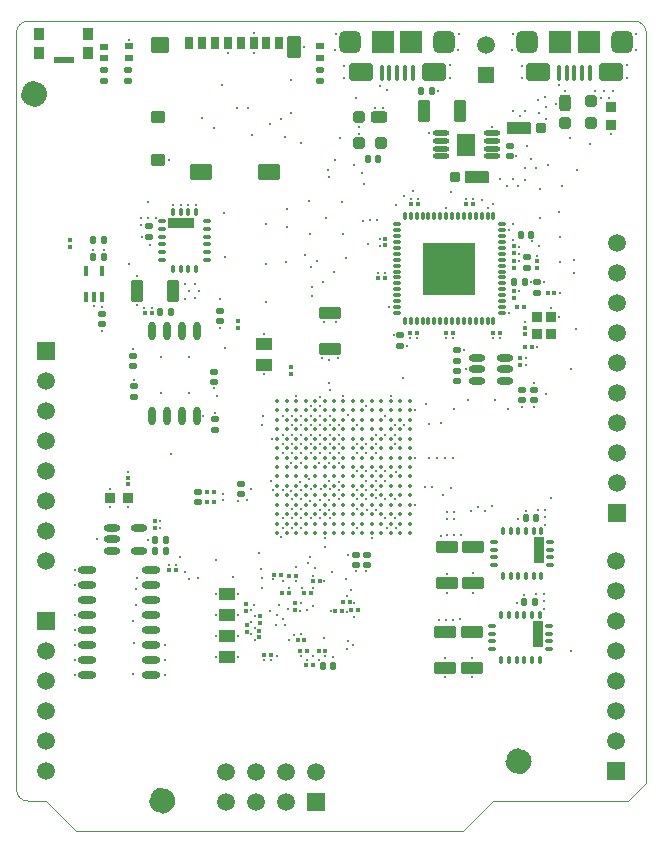
<source format=gts>
%FSLAX44Y44*%
%MOMM*%
G71*
G01*
G75*
G04 Layer_Color=8388736*
%ADD10C,0.1500*%
G04:AMPARAMS|DCode=11|XSize=1.82mm|YSize=1.07mm|CornerRadius=0.107mm|HoleSize=0mm|Usage=FLASHONLY|Rotation=180.000|XOffset=0mm|YOffset=0mm|HoleType=Round|Shape=RoundedRectangle|*
%AMROUNDEDRECTD11*
21,1,1.8200,0.8560,0,0,180.0*
21,1,1.6060,1.0700,0,0,180.0*
1,1,0.2140,-0.8030,0.4280*
1,1,0.2140,0.8030,0.4280*
1,1,0.2140,0.8030,-0.4280*
1,1,0.2140,-0.8030,-0.4280*
%
%ADD11ROUNDEDRECTD11*%
G04:AMPARAMS|DCode=12|XSize=0.8mm|YSize=0.8mm|CornerRadius=0.08mm|HoleSize=0mm|Usage=FLASHONLY|Rotation=0.000|XOffset=0mm|YOffset=0mm|HoleType=Round|Shape=RoundedRectangle|*
%AMROUNDEDRECTD12*
21,1,0.8000,0.6400,0,0,0.0*
21,1,0.6400,0.8000,0,0,0.0*
1,1,0.1600,0.3200,-0.3200*
1,1,0.1600,-0.3200,-0.3200*
1,1,0.1600,-0.3200,0.3200*
1,1,0.1600,0.3200,0.3200*
%
%ADD12ROUNDEDRECTD12*%
G04:AMPARAMS|DCode=13|XSize=2mm|YSize=1.1mm|CornerRadius=0.11mm|HoleSize=0mm|Usage=FLASHONLY|Rotation=0.000|XOffset=0mm|YOffset=0mm|HoleType=Round|Shape=RoundedRectangle|*
%AMROUNDEDRECTD13*
21,1,2.0000,0.8800,0,0,0.0*
21,1,1.7800,1.1000,0,0,0.0*
1,1,0.2200,0.8900,-0.4400*
1,1,0.2200,-0.8900,-0.4400*
1,1,0.2200,-0.8900,0.4400*
1,1,0.2200,0.8900,0.4400*
%
%ADD13ROUNDEDRECTD13*%
G04:AMPARAMS|DCode=14|XSize=0.6mm|YSize=0.5mm|CornerRadius=0.05mm|HoleSize=0mm|Usage=FLASHONLY|Rotation=180.000|XOffset=0mm|YOffset=0mm|HoleType=Round|Shape=RoundedRectangle|*
%AMROUNDEDRECTD14*
21,1,0.6000,0.4000,0,0,180.0*
21,1,0.5000,0.5000,0,0,180.0*
1,1,0.1000,-0.2500,0.2000*
1,1,0.1000,0.2500,0.2000*
1,1,0.1000,0.2500,-0.2000*
1,1,0.1000,-0.2500,-0.2000*
%
%ADD14ROUNDEDRECTD14*%
G04:AMPARAMS|DCode=15|XSize=0.4mm|YSize=0.37mm|CornerRadius=0.037mm|HoleSize=0mm|Usage=FLASHONLY|Rotation=180.000|XOffset=0mm|YOffset=0mm|HoleType=Round|Shape=RoundedRectangle|*
%AMROUNDEDRECTD15*
21,1,0.4000,0.2960,0,0,180.0*
21,1,0.3260,0.3700,0,0,180.0*
1,1,0.0740,-0.1630,0.1480*
1,1,0.0740,0.1630,0.1480*
1,1,0.0740,0.1630,-0.1480*
1,1,0.0740,-0.1630,-0.1480*
%
%ADD15ROUNDEDRECTD15*%
G04:AMPARAMS|DCode=16|XSize=0.4mm|YSize=0.37mm|CornerRadius=0.037mm|HoleSize=0mm|Usage=FLASHONLY|Rotation=90.000|XOffset=0mm|YOffset=0mm|HoleType=Round|Shape=RoundedRectangle|*
%AMROUNDEDRECTD16*
21,1,0.4000,0.2960,0,0,90.0*
21,1,0.3260,0.3700,0,0,90.0*
1,1,0.0740,0.1480,0.1630*
1,1,0.0740,0.1480,-0.1630*
1,1,0.0740,-0.1480,-0.1630*
1,1,0.0740,-0.1480,0.1630*
%
%ADD16ROUNDEDRECTD16*%
G04:AMPARAMS|DCode=17|XSize=1.38mm|YSize=1.05mm|CornerRadius=0.105mm|HoleSize=0mm|Usage=FLASHONLY|Rotation=180.000|XOffset=0mm|YOffset=0mm|HoleType=Round|Shape=RoundedRectangle|*
%AMROUNDEDRECTD17*
21,1,1.3800,0.8400,0,0,180.0*
21,1,1.1700,1.0500,0,0,180.0*
1,1,0.2100,-0.5850,0.4200*
1,1,0.2100,0.5850,0.4200*
1,1,0.2100,0.5850,-0.4200*
1,1,0.2100,-0.5850,-0.4200*
%
%ADD17ROUNDEDRECTD17*%
%ADD18O,1.4000X0.6000*%
G04:AMPARAMS|DCode=19|XSize=1mm|YSize=1mm|CornerRadius=0.25mm|HoleSize=0mm|Usage=FLASHONLY|Rotation=180.000|XOffset=0mm|YOffset=0mm|HoleType=Round|Shape=RoundedRectangle|*
%AMROUNDEDRECTD19*
21,1,1.0000,0.5000,0,0,180.0*
21,1,0.5000,1.0000,0,0,180.0*
1,1,0.5000,-0.2500,0.2500*
1,1,0.5000,0.2500,0.2500*
1,1,0.5000,0.2500,-0.2500*
1,1,0.5000,-0.2500,-0.2500*
%
%ADD19ROUNDEDRECTD19*%
G04:AMPARAMS|DCode=20|XSize=1mm|YSize=1.4mm|CornerRadius=0.25mm|HoleSize=0mm|Usage=FLASHONLY|Rotation=180.000|XOffset=0mm|YOffset=0mm|HoleType=Round|Shape=RoundedRectangle|*
%AMROUNDEDRECTD20*
21,1,1.0000,0.9000,0,0,180.0*
21,1,0.5000,1.4000,0,0,180.0*
1,1,0.5000,-0.2500,0.4500*
1,1,0.5000,0.2500,0.4500*
1,1,0.5000,0.2500,-0.4500*
1,1,0.5000,-0.2500,-0.4500*
%
%ADD20ROUNDEDRECTD20*%
%ADD21O,0.8200X0.2700*%
%ADD22O,0.2700X0.8200*%
%ADD23R,4.4500X4.4500*%
%ADD24R,0.7400X0.5400*%
G04:AMPARAMS|DCode=25|XSize=0.93mm|YSize=0.89mm|CornerRadius=0.089mm|HoleSize=0mm|Usage=FLASHONLY|Rotation=180.000|XOffset=0mm|YOffset=0mm|HoleType=Round|Shape=RoundedRectangle|*
%AMROUNDEDRECTD25*
21,1,0.9300,0.7120,0,0,180.0*
21,1,0.7520,0.8900,0,0,180.0*
1,1,0.1780,-0.3760,0.3560*
1,1,0.1780,0.3760,0.3560*
1,1,0.1780,0.3760,-0.3560*
1,1,0.1780,-0.3760,-0.3560*
%
%ADD25ROUNDEDRECTD25*%
G04:AMPARAMS|DCode=26|XSize=1.9mm|YSize=1.35mm|CornerRadius=0.135mm|HoleSize=0mm|Usage=FLASHONLY|Rotation=180.000|XOffset=0mm|YOffset=0mm|HoleType=Round|Shape=RoundedRectangle|*
%AMROUNDEDRECTD26*
21,1,1.9000,1.0800,0,0,180.0*
21,1,1.6300,1.3500,0,0,180.0*
1,1,0.2700,-0.8150,0.5400*
1,1,0.2700,0.8150,0.5400*
1,1,0.2700,0.8150,-0.5400*
1,1,0.2700,-0.8150,-0.5400*
%
%ADD26ROUNDEDRECTD26*%
G04:AMPARAMS|DCode=27|XSize=1.2mm|YSize=1mm|CornerRadius=0.1mm|HoleSize=0mm|Usage=FLASHONLY|Rotation=180.000|XOffset=0mm|YOffset=0mm|HoleType=Round|Shape=RoundedRectangle|*
%AMROUNDEDRECTD27*
21,1,1.2000,0.8000,0,0,180.0*
21,1,1.0000,1.0000,0,0,180.0*
1,1,0.2000,-0.5000,0.4000*
1,1,0.2000,0.5000,0.4000*
1,1,0.2000,0.5000,-0.4000*
1,1,0.2000,-0.5000,-0.4000*
%
%ADD27ROUNDEDRECTD27*%
G04:AMPARAMS|DCode=28|XSize=0.75mm|YSize=1.1mm|CornerRadius=0.075mm|HoleSize=0mm|Usage=FLASHONLY|Rotation=180.000|XOffset=0mm|YOffset=0mm|HoleType=Round|Shape=RoundedRectangle|*
%AMROUNDEDRECTD28*
21,1,0.7500,0.9500,0,0,180.0*
21,1,0.6000,1.1000,0,0,180.0*
1,1,0.1500,-0.3000,0.4750*
1,1,0.1500,0.3000,0.4750*
1,1,0.1500,0.3000,-0.4750*
1,1,0.1500,-0.3000,-0.4750*
%
%ADD28ROUNDEDRECTD28*%
G04:AMPARAMS|DCode=29|XSize=1.8mm|YSize=1.17mm|CornerRadius=0.117mm|HoleSize=0mm|Usage=FLASHONLY|Rotation=90.000|XOffset=0mm|YOffset=0mm|HoleType=Round|Shape=RoundedRectangle|*
%AMROUNDEDRECTD29*
21,1,1.8000,0.9360,0,0,90.0*
21,1,1.5660,1.1700,0,0,90.0*
1,1,0.2340,0.4680,0.7830*
1,1,0.2340,0.4680,-0.7830*
1,1,0.2340,-0.4680,-0.7830*
1,1,0.2340,-0.4680,0.7830*
%
%ADD29ROUNDEDRECTD29*%
G04:AMPARAMS|DCode=30|XSize=1.55mm|YSize=1.35mm|CornerRadius=0.135mm|HoleSize=0mm|Usage=FLASHONLY|Rotation=180.000|XOffset=0mm|YOffset=0mm|HoleType=Round|Shape=RoundedRectangle|*
%AMROUNDEDRECTD30*
21,1,1.5500,1.0800,0,0,180.0*
21,1,1.2800,1.3500,0,0,180.0*
1,1,0.2700,-0.6400,0.5400*
1,1,0.2700,0.6400,0.5400*
1,1,0.2700,0.6400,-0.5400*
1,1,0.2700,-0.6400,-0.5400*
%
%ADD30ROUNDEDRECTD30*%
%ADD31C,0.3500*%
G04:AMPARAMS|DCode=32|XSize=0.6mm|YSize=0.5mm|CornerRadius=0.05mm|HoleSize=0mm|Usage=FLASHONLY|Rotation=90.000|XOffset=0mm|YOffset=0mm|HoleType=Round|Shape=RoundedRectangle|*
%AMROUNDEDRECTD32*
21,1,0.6000,0.4000,0,0,90.0*
21,1,0.5000,0.5000,0,0,90.0*
1,1,0.1000,0.2000,0.2500*
1,1,0.1000,0.2000,-0.2500*
1,1,0.1000,-0.2000,-0.2500*
1,1,0.1000,-0.2000,0.2500*
%
%ADD32ROUNDEDRECTD32*%
G04:AMPARAMS|DCode=33|XSize=0.41mm|YSize=0.37mm|CornerRadius=0.037mm|HoleSize=0mm|Usage=FLASHONLY|Rotation=180.000|XOffset=0mm|YOffset=0mm|HoleType=Round|Shape=RoundedRectangle|*
%AMROUNDEDRECTD33*
21,1,0.4100,0.2960,0,0,180.0*
21,1,0.3360,0.3700,0,0,180.0*
1,1,0.0740,-0.1680,0.1480*
1,1,0.0740,0.1680,0.1480*
1,1,0.0740,0.1680,-0.1480*
1,1,0.0740,-0.1680,-0.1480*
%
%ADD33ROUNDEDRECTD33*%
G04:AMPARAMS|DCode=34|XSize=0.3mm|YSize=0.6mm|CornerRadius=0.0495mm|HoleSize=0mm|Usage=FLASHONLY|Rotation=90.000|XOffset=0mm|YOffset=0mm|HoleType=Round|Shape=RoundedRectangle|*
%AMROUNDEDRECTD34*
21,1,0.3000,0.5010,0,0,90.0*
21,1,0.2010,0.6000,0,0,90.0*
1,1,0.0990,0.2505,0.1005*
1,1,0.0990,0.2505,-0.1005*
1,1,0.0990,-0.2505,-0.1005*
1,1,0.0990,-0.2505,0.1005*
%
%ADD34ROUNDEDRECTD34*%
G04:AMPARAMS|DCode=35|XSize=0.3mm|YSize=0.6mm|CornerRadius=0.0495mm|HoleSize=0mm|Usage=FLASHONLY|Rotation=0.000|XOffset=0mm|YOffset=0mm|HoleType=Round|Shape=RoundedRectangle|*
%AMROUNDEDRECTD35*
21,1,0.3000,0.5010,0,0,0.0*
21,1,0.2010,0.6000,0,0,0.0*
1,1,0.0990,0.1005,-0.2505*
1,1,0.0990,-0.1005,-0.2505*
1,1,0.0990,-0.1005,0.2505*
1,1,0.0990,0.1005,0.2505*
%
%ADD35ROUNDEDRECTD35*%
%ADD36R,0.9000X2.2500*%
%ADD37R,2.2500X0.9000*%
%ADD38R,1.5500X1.8500*%
%ADD39O,1.4500X0.4500*%
G04:AMPARAMS|DCode=40|XSize=1mm|YSize=1.4mm|CornerRadius=0.25mm|HoleSize=0mm|Usage=FLASHONLY|Rotation=90.000|XOffset=0mm|YOffset=0mm|HoleType=Round|Shape=RoundedRectangle|*
%AMROUNDEDRECTD40*
21,1,1.0000,0.9000,0,0,90.0*
21,1,0.5000,1.4000,0,0,90.0*
1,1,0.5000,0.4500,0.2500*
1,1,0.5000,0.4500,-0.2500*
1,1,0.5000,-0.4500,-0.2500*
1,1,0.5000,-0.4500,0.2500*
%
%ADD40ROUNDEDRECTD40*%
G04:AMPARAMS|DCode=41|XSize=1mm|YSize=1mm|CornerRadius=0.25mm|HoleSize=0mm|Usage=FLASHONLY|Rotation=90.000|XOffset=0mm|YOffset=0mm|HoleType=Round|Shape=RoundedRectangle|*
%AMROUNDEDRECTD41*
21,1,1.0000,0.5000,0,0,90.0*
21,1,0.5000,1.0000,0,0,90.0*
1,1,0.5000,0.2500,0.2500*
1,1,0.5000,0.2500,-0.2500*
1,1,0.5000,-0.2500,-0.2500*
1,1,0.5000,-0.2500,0.2500*
%
%ADD41ROUNDEDRECTD41*%
%ADD42O,0.4000X0.9500*%
%ADD43O,0.6000X1.6000*%
G04:AMPARAMS|DCode=44|XSize=1.82mm|YSize=1.07mm|CornerRadius=0.107mm|HoleSize=0mm|Usage=FLASHONLY|Rotation=270.000|XOffset=0mm|YOffset=0mm|HoleType=Round|Shape=RoundedRectangle|*
%AMROUNDEDRECTD44*
21,1,1.8200,0.8560,0,0,270.0*
21,1,1.6060,1.0700,0,0,270.0*
1,1,0.2140,-0.4280,-0.8030*
1,1,0.2140,-0.4280,0.8030*
1,1,0.2140,0.4280,0.8030*
1,1,0.2140,0.4280,-0.8030*
%
%ADD44ROUNDEDRECTD44*%
%ADD45C,1.0000*%
G04:AMPARAMS|DCode=46|XSize=2.1mm|YSize=1.6mm|CornerRadius=0.4mm|HoleSize=0mm|Usage=FLASHONLY|Rotation=180.000|XOffset=0mm|YOffset=0mm|HoleType=Round|Shape=RoundedRectangle|*
%AMROUNDEDRECTD46*
21,1,2.1000,0.8000,0,0,180.0*
21,1,1.3000,1.6000,0,0,180.0*
1,1,0.8000,-0.6500,0.4000*
1,1,0.8000,0.6500,0.4000*
1,1,0.8000,0.6500,-0.4000*
1,1,0.8000,-0.6500,-0.4000*
%
%ADD46ROUNDEDRECTD46*%
%ADD47O,0.4000X1.3500*%
G04:AMPARAMS|DCode=48|XSize=1.8mm|YSize=1.9mm|CornerRadius=0.45mm|HoleSize=0mm|Usage=FLASHONLY|Rotation=180.000|XOffset=0mm|YOffset=0mm|HoleType=Round|Shape=RoundedRectangle|*
%AMROUNDEDRECTD48*
21,1,1.8000,1.0000,0,0,180.0*
21,1,0.9000,1.9000,0,0,180.0*
1,1,0.9000,-0.4500,0.5000*
1,1,0.9000,0.4500,0.5000*
1,1,0.9000,0.4500,-0.5000*
1,1,0.9000,-0.4500,-0.5000*
%
%ADD48ROUNDEDRECTD48*%
%ADD49R,1.9000X1.9000*%
G04:AMPARAMS|DCode=50|XSize=0.9mm|YSize=0.8mm|CornerRadius=0.08mm|HoleSize=0mm|Usage=FLASHONLY|Rotation=90.000|XOffset=0mm|YOffset=0mm|HoleType=Round|Shape=RoundedRectangle|*
%AMROUNDEDRECTD50*
21,1,0.9000,0.6400,0,0,90.0*
21,1,0.7400,0.8000,0,0,90.0*
1,1,0.1600,0.3200,0.3700*
1,1,0.1600,0.3200,-0.3700*
1,1,0.1600,-0.3200,-0.3700*
1,1,0.1600,-0.3200,0.3700*
%
%ADD50ROUNDEDRECTD50*%
G04:AMPARAMS|DCode=51|XSize=0.9mm|YSize=1mm|CornerRadius=0.09mm|HoleSize=0mm|Usage=FLASHONLY|Rotation=180.000|XOffset=0mm|YOffset=0mm|HoleType=Round|Shape=RoundedRectangle|*
%AMROUNDEDRECTD51*
21,1,0.9000,0.8200,0,0,180.0*
21,1,0.7200,1.0000,0,0,180.0*
1,1,0.1800,-0.3600,0.4100*
1,1,0.1800,0.3600,0.4100*
1,1,0.1800,0.3600,-0.4100*
1,1,0.1800,-0.3600,-0.4100*
%
%ADD51ROUNDEDRECTD51*%
G04:AMPARAMS|DCode=52|XSize=1.7mm|YSize=0.55mm|CornerRadius=0.055mm|HoleSize=0mm|Usage=FLASHONLY|Rotation=180.000|XOffset=0mm|YOffset=0mm|HoleType=Round|Shape=RoundedRectangle|*
%AMROUNDEDRECTD52*
21,1,1.7000,0.4400,0,0,180.0*
21,1,1.5900,0.5500,0,0,180.0*
1,1,0.1100,-0.7950,0.2200*
1,1,0.1100,0.7950,0.2200*
1,1,0.1100,0.7950,-0.2200*
1,1,0.1100,-0.7950,-0.2200*
%
%ADD52ROUNDEDRECTD52*%
%ADD53O,1.5500X0.6000*%
G04:AMPARAMS|DCode=54|XSize=0.93mm|YSize=0.89mm|CornerRadius=0.089mm|HoleSize=0mm|Usage=FLASHONLY|Rotation=90.000|XOffset=0mm|YOffset=0mm|HoleType=Round|Shape=RoundedRectangle|*
%AMROUNDEDRECTD54*
21,1,0.9300,0.7120,0,0,90.0*
21,1,0.7520,0.8900,0,0,90.0*
1,1,0.1780,0.3560,0.3760*
1,1,0.1780,0.3560,-0.3760*
1,1,0.1780,-0.3560,-0.3760*
1,1,0.1780,-0.3560,0.3760*
%
%ADD54ROUNDEDRECTD54*%
%ADD55C,0.1000*%
%ADD56C,0.2000*%
%ADD57C,0.5000*%
%ADD58C,0.3000*%
%ADD59C,0.4000*%
%ADD60C,0.0750*%
%ADD61C,0.0800*%
%ADD62C,0.7000*%
%ADD63C,0.1200*%
%ADD64C,1.5000*%
%ADD65R,1.3500X1.3500*%
%ADD66R,1.5000X1.5000*%
%ADD67R,1.5000X1.5000*%
%ADD68C,0.4500*%
%ADD69C,0.6000*%
G04:AMPARAMS|DCode=70|XSize=1.38mm|YSize=1.05mm|CornerRadius=0.105mm|HoleSize=0mm|Usage=FLASHONLY|Rotation=270.000|XOffset=0mm|YOffset=0mm|HoleType=Round|Shape=RoundedRectangle|*
%AMROUNDEDRECTD70*
21,1,1.3800,0.8400,0,0,270.0*
21,1,1.1700,1.0500,0,0,270.0*
1,1,0.2100,-0.4200,-0.5850*
1,1,0.2100,-0.4200,0.5850*
1,1,0.2100,0.4200,0.5850*
1,1,0.2100,0.4200,-0.5850*
%
%ADD70ROUNDEDRECTD70*%
%ADD71O,0.2600X0.9000*%
%ADD72O,0.9000X0.2600*%
%ADD73R,3.4500X3.4500*%
%ADD74C,0.2500*%
%ADD75C,0.2500*%
%ADD76C,2.0000*%
%ADD77C,0.2000*%
D11*
X265600Y439050D02*
D03*
Y408550D02*
D03*
X385800Y138350D02*
D03*
Y168850D02*
D03*
X386800Y209950D02*
D03*
Y240450D02*
D03*
X363200Y138350D02*
D03*
Y168850D02*
D03*
X364400Y209950D02*
D03*
Y240450D02*
D03*
D12*
X444600Y594900D02*
D03*
X371300Y554000D02*
D03*
D13*
X425600Y594900D02*
D03*
X390300Y554000D02*
D03*
D14*
X190200Y285200D02*
D03*
Y294200D02*
D03*
X172100Y440500D02*
D03*
Y431500D02*
D03*
X98900Y393500D02*
D03*
Y402500D02*
D03*
X168500Y339900D02*
D03*
Y348900D02*
D03*
X167700Y389100D02*
D03*
Y380100D02*
D03*
X99330Y376700D02*
D03*
Y367700D02*
D03*
X373400Y389800D02*
D03*
Y380800D02*
D03*
X74500Y635500D02*
D03*
Y644500D02*
D03*
X373400Y398100D02*
D03*
Y407100D02*
D03*
X325200Y410900D02*
D03*
Y419900D02*
D03*
X432200Y477200D02*
D03*
Y486200D02*
D03*
X441100Y455800D02*
D03*
Y464800D02*
D03*
X153590Y278250D02*
D03*
Y287250D02*
D03*
X112600Y503300D02*
D03*
Y512300D02*
D03*
X417800Y571400D02*
D03*
Y580400D02*
D03*
X72300Y438000D02*
D03*
Y429000D02*
D03*
X287350Y225070D02*
D03*
Y234070D02*
D03*
X296450Y225110D02*
D03*
Y234110D02*
D03*
X94900Y644400D02*
D03*
Y635400D02*
D03*
X257100Y644400D02*
D03*
Y635400D02*
D03*
X428100Y364900D02*
D03*
Y373900D02*
D03*
X438100Y364900D02*
D03*
Y373900D02*
D03*
D15*
X187500Y426350D02*
D03*
Y432050D02*
D03*
X205810Y169860D02*
D03*
Y164160D02*
D03*
X194290Y192100D02*
D03*
Y186400D02*
D03*
X206290Y182290D02*
D03*
Y176590D02*
D03*
X195190Y168890D02*
D03*
Y174590D02*
D03*
X440700Y477150D02*
D03*
Y482850D02*
D03*
X430500Y426350D02*
D03*
Y420650D02*
D03*
X311900Y495950D02*
D03*
Y501650D02*
D03*
X420900Y495050D02*
D03*
Y489350D02*
D03*
Y476950D02*
D03*
Y482650D02*
D03*
Y451250D02*
D03*
Y456950D02*
D03*
X117100Y262450D02*
D03*
Y256750D02*
D03*
X235900Y187450D02*
D03*
Y193150D02*
D03*
X232600Y393150D02*
D03*
Y387450D02*
D03*
X426600Y394750D02*
D03*
Y400450D02*
D03*
X94200Y299250D02*
D03*
Y293550D02*
D03*
D16*
X270140Y186530D02*
D03*
X275840D02*
D03*
X240460Y152230D02*
D03*
X246160D02*
D03*
X218040Y217240D02*
D03*
X223740D02*
D03*
X243660Y201970D02*
D03*
X249360D02*
D03*
X251120Y211360D02*
D03*
X256820D02*
D03*
X167250Y278700D02*
D03*
X161550D02*
D03*
X167250Y286900D02*
D03*
X161550D02*
D03*
X369650Y421800D02*
D03*
X363950D02*
D03*
X114450Y438400D02*
D03*
X108750D02*
D03*
X339850Y530900D02*
D03*
X334150D02*
D03*
X386750Y530800D02*
D03*
X381050D02*
D03*
X449850Y455800D02*
D03*
X455550D02*
D03*
X403950Y421800D02*
D03*
X409650D02*
D03*
X333550D02*
D03*
X339250D02*
D03*
X312050Y468300D02*
D03*
X306350D02*
D03*
X238150Y161600D02*
D03*
X243850D02*
D03*
X429450Y443800D02*
D03*
X423750D02*
D03*
X430450Y409900D02*
D03*
X436150D02*
D03*
X289210Y187020D02*
D03*
X283510D02*
D03*
X282360Y194080D02*
D03*
X276660D02*
D03*
X230810Y201860D02*
D03*
X225110D02*
D03*
X215530Y149070D02*
D03*
X209830D02*
D03*
X261500Y152260D02*
D03*
X255800D02*
D03*
X236450Y215850D02*
D03*
X230750D02*
D03*
X250870Y140440D02*
D03*
X245170D02*
D03*
X129450Y220700D02*
D03*
X135150D02*
D03*
D17*
X209800Y412500D02*
D03*
Y394700D02*
D03*
X178300Y165400D02*
D03*
Y147600D02*
D03*
Y183000D02*
D03*
Y200800D02*
D03*
D18*
X390300Y400500D02*
D03*
Y391000D02*
D03*
Y381500D02*
D03*
X413300D02*
D03*
Y400500D02*
D03*
Y391000D02*
D03*
X80570Y256560D02*
D03*
Y247060D02*
D03*
Y237560D02*
D03*
X103570D02*
D03*
Y256560D02*
D03*
D19*
X486350Y618200D02*
D03*
Y599200D02*
D03*
X464350D02*
D03*
D20*
Y616200D02*
D03*
D21*
X410900Y438800D02*
D03*
Y443800D02*
D03*
Y448800D02*
D03*
Y453800D02*
D03*
Y458800D02*
D03*
Y463800D02*
D03*
Y478800D02*
D03*
Y483800D02*
D03*
Y488800D02*
D03*
Y493800D02*
D03*
Y498800D02*
D03*
Y503800D02*
D03*
Y508800D02*
D03*
Y513800D02*
D03*
X321900D02*
D03*
Y508800D02*
D03*
Y503800D02*
D03*
Y498800D02*
D03*
Y493800D02*
D03*
Y488800D02*
D03*
Y483800D02*
D03*
Y478800D02*
D03*
Y473800D02*
D03*
Y468800D02*
D03*
Y463800D02*
D03*
Y458800D02*
D03*
Y453800D02*
D03*
Y448800D02*
D03*
Y443800D02*
D03*
Y438800D02*
D03*
X410900Y468800D02*
D03*
Y473800D02*
D03*
D22*
X403900Y520800D02*
D03*
X398900D02*
D03*
X393900D02*
D03*
X388900D02*
D03*
X383900D02*
D03*
X378900D02*
D03*
X373900D02*
D03*
X368900D02*
D03*
X363900D02*
D03*
X358900D02*
D03*
X353900D02*
D03*
X348900D02*
D03*
X343900D02*
D03*
X338900D02*
D03*
X333900D02*
D03*
X328900D02*
D03*
Y431800D02*
D03*
X333900D02*
D03*
X338900D02*
D03*
X343900D02*
D03*
X348900D02*
D03*
X353900D02*
D03*
X358900D02*
D03*
X363900D02*
D03*
X368900D02*
D03*
X373900D02*
D03*
X378900D02*
D03*
X383900D02*
D03*
X388900D02*
D03*
X393900D02*
D03*
X398900D02*
D03*
X403900D02*
D03*
D23*
X366400Y476300D02*
D03*
D24*
X74500Y664300D02*
D03*
Y654300D02*
D03*
X95000Y654400D02*
D03*
Y664400D02*
D03*
X257100Y654400D02*
D03*
Y664400D02*
D03*
D25*
X503500Y597700D02*
D03*
Y613100D02*
D03*
D26*
X155920Y558250D02*
D03*
X213620D02*
D03*
D27*
X119920Y568000D02*
D03*
Y605000D02*
D03*
D28*
X222770Y667250D02*
D03*
X211770D02*
D03*
X200770D02*
D03*
X189770D02*
D03*
X178770D02*
D03*
X167770D02*
D03*
X156770D02*
D03*
X145770D02*
D03*
D29*
X234870Y663750D02*
D03*
D30*
X121670Y666000D02*
D03*
D31*
X332900Y364300D02*
D03*
Y356300D02*
D03*
Y348300D02*
D03*
Y340300D02*
D03*
Y332300D02*
D03*
Y324300D02*
D03*
Y316300D02*
D03*
Y308300D02*
D03*
Y300300D02*
D03*
Y292300D02*
D03*
Y284300D02*
D03*
Y276300D02*
D03*
Y268300D02*
D03*
Y260300D02*
D03*
Y252300D02*
D03*
X324900Y364300D02*
D03*
Y356300D02*
D03*
Y348300D02*
D03*
Y340300D02*
D03*
Y332300D02*
D03*
Y324300D02*
D03*
Y316300D02*
D03*
Y308300D02*
D03*
Y300300D02*
D03*
Y292300D02*
D03*
Y284300D02*
D03*
Y276300D02*
D03*
Y268300D02*
D03*
Y260300D02*
D03*
Y252300D02*
D03*
X316900Y364300D02*
D03*
Y356300D02*
D03*
Y348300D02*
D03*
Y340300D02*
D03*
Y332300D02*
D03*
Y324300D02*
D03*
Y316300D02*
D03*
Y308300D02*
D03*
Y300300D02*
D03*
Y292300D02*
D03*
Y284300D02*
D03*
Y276300D02*
D03*
Y268300D02*
D03*
Y260300D02*
D03*
Y252300D02*
D03*
X308900Y364300D02*
D03*
Y356300D02*
D03*
Y348300D02*
D03*
Y340300D02*
D03*
Y332300D02*
D03*
Y324300D02*
D03*
Y316300D02*
D03*
Y308300D02*
D03*
Y300300D02*
D03*
Y292300D02*
D03*
Y284300D02*
D03*
Y276300D02*
D03*
Y268300D02*
D03*
Y260300D02*
D03*
Y252300D02*
D03*
X300900Y364300D02*
D03*
Y356300D02*
D03*
Y348300D02*
D03*
Y340300D02*
D03*
Y332300D02*
D03*
Y324300D02*
D03*
Y316300D02*
D03*
Y308300D02*
D03*
Y300300D02*
D03*
Y292300D02*
D03*
Y284300D02*
D03*
Y276300D02*
D03*
Y268300D02*
D03*
Y260300D02*
D03*
Y252300D02*
D03*
X292900Y364300D02*
D03*
Y356300D02*
D03*
Y348300D02*
D03*
Y340300D02*
D03*
Y332300D02*
D03*
Y324300D02*
D03*
Y316300D02*
D03*
Y308300D02*
D03*
Y300300D02*
D03*
Y292300D02*
D03*
Y284300D02*
D03*
Y276300D02*
D03*
Y268300D02*
D03*
Y260300D02*
D03*
Y252300D02*
D03*
X284900Y364300D02*
D03*
Y356300D02*
D03*
Y348300D02*
D03*
Y340300D02*
D03*
Y332300D02*
D03*
Y324300D02*
D03*
Y316300D02*
D03*
Y308300D02*
D03*
Y300300D02*
D03*
Y292300D02*
D03*
Y284300D02*
D03*
Y276300D02*
D03*
Y268300D02*
D03*
Y260300D02*
D03*
Y252300D02*
D03*
X276900Y364300D02*
D03*
Y356300D02*
D03*
Y348300D02*
D03*
Y340300D02*
D03*
Y332300D02*
D03*
Y324300D02*
D03*
Y316300D02*
D03*
Y308300D02*
D03*
Y300300D02*
D03*
Y292300D02*
D03*
Y284300D02*
D03*
Y276300D02*
D03*
Y268300D02*
D03*
Y260300D02*
D03*
Y252300D02*
D03*
X268900Y364300D02*
D03*
Y356300D02*
D03*
Y348300D02*
D03*
Y340300D02*
D03*
Y332300D02*
D03*
Y324300D02*
D03*
Y316300D02*
D03*
Y308300D02*
D03*
Y300300D02*
D03*
Y292300D02*
D03*
Y284300D02*
D03*
Y276300D02*
D03*
Y268300D02*
D03*
Y260300D02*
D03*
Y252300D02*
D03*
X260900Y364300D02*
D03*
Y356300D02*
D03*
Y348300D02*
D03*
Y340300D02*
D03*
Y332300D02*
D03*
Y324300D02*
D03*
Y316300D02*
D03*
Y308300D02*
D03*
Y300300D02*
D03*
Y292300D02*
D03*
Y284300D02*
D03*
Y276300D02*
D03*
Y268300D02*
D03*
Y260300D02*
D03*
Y252300D02*
D03*
X252900Y364300D02*
D03*
Y356300D02*
D03*
Y348300D02*
D03*
Y340300D02*
D03*
Y332300D02*
D03*
Y324300D02*
D03*
Y316300D02*
D03*
Y308300D02*
D03*
Y300300D02*
D03*
Y292300D02*
D03*
Y284300D02*
D03*
Y276300D02*
D03*
Y268300D02*
D03*
Y260300D02*
D03*
Y252300D02*
D03*
X244900Y364300D02*
D03*
Y356300D02*
D03*
Y348300D02*
D03*
Y340300D02*
D03*
Y332300D02*
D03*
Y324300D02*
D03*
Y316300D02*
D03*
Y308300D02*
D03*
Y300300D02*
D03*
Y292300D02*
D03*
Y284300D02*
D03*
Y276300D02*
D03*
Y268300D02*
D03*
Y260300D02*
D03*
Y252300D02*
D03*
X236900Y364300D02*
D03*
Y356300D02*
D03*
Y348300D02*
D03*
Y340300D02*
D03*
Y332300D02*
D03*
Y324300D02*
D03*
Y316300D02*
D03*
Y308300D02*
D03*
Y300300D02*
D03*
Y292300D02*
D03*
Y284300D02*
D03*
Y276300D02*
D03*
Y268300D02*
D03*
Y260300D02*
D03*
Y252300D02*
D03*
X228900Y364300D02*
D03*
Y356300D02*
D03*
Y348300D02*
D03*
Y340300D02*
D03*
Y332300D02*
D03*
Y324300D02*
D03*
Y316300D02*
D03*
Y308300D02*
D03*
Y300300D02*
D03*
Y292300D02*
D03*
Y284300D02*
D03*
Y276300D02*
D03*
Y268300D02*
D03*
Y260300D02*
D03*
Y252300D02*
D03*
X220900Y364300D02*
D03*
Y356300D02*
D03*
Y348300D02*
D03*
Y340300D02*
D03*
Y332300D02*
D03*
Y324300D02*
D03*
Y316300D02*
D03*
Y308300D02*
D03*
Y300300D02*
D03*
Y292300D02*
D03*
Y284300D02*
D03*
Y276300D02*
D03*
Y268300D02*
D03*
Y260300D02*
D03*
Y252300D02*
D03*
D32*
X297300Y569000D02*
D03*
X306300D02*
D03*
X351700Y626800D02*
D03*
X342700D02*
D03*
X436100Y505000D02*
D03*
X427100D02*
D03*
X130900Y439400D02*
D03*
X121900D02*
D03*
X421500Y464800D02*
D03*
X430500D02*
D03*
X259380Y140050D02*
D03*
X268380D02*
D03*
X126590Y237540D02*
D03*
X117590D02*
D03*
X126500Y246800D02*
D03*
X117500D02*
D03*
X430100Y194100D02*
D03*
X439100D02*
D03*
X431300Y265400D02*
D03*
X440300D02*
D03*
X65200Y500200D02*
D03*
X74200D02*
D03*
X65200Y486200D02*
D03*
X74200D02*
D03*
D33*
X45300Y500100D02*
D03*
Y494300D02*
D03*
D34*
X452200Y244850D02*
D03*
Y225350D02*
D03*
Y231850D02*
D03*
Y238350D02*
D03*
X404200D02*
D03*
Y231850D02*
D03*
Y225350D02*
D03*
Y244850D02*
D03*
X161300Y516250D02*
D03*
Y509750D02*
D03*
Y503250D02*
D03*
Y496750D02*
D03*
Y490250D02*
D03*
Y483750D02*
D03*
X123300Y483750D02*
D03*
Y490250D02*
D03*
Y496750D02*
D03*
Y503250D02*
D03*
Y509750D02*
D03*
Y516250D02*
D03*
X450900Y173650D02*
D03*
Y154150D02*
D03*
Y160650D02*
D03*
Y167150D02*
D03*
X402900D02*
D03*
Y160650D02*
D03*
Y154150D02*
D03*
Y173650D02*
D03*
D35*
X444450Y216100D02*
D03*
X437950D02*
D03*
X431450D02*
D03*
X424950D02*
D03*
X418450D02*
D03*
X411950D02*
D03*
X411950Y254100D02*
D03*
X418450D02*
D03*
X424950D02*
D03*
X431450D02*
D03*
X437950D02*
D03*
X444450D02*
D03*
X132550Y524000D02*
D03*
X152050D02*
D03*
X145550D02*
D03*
X139050D02*
D03*
Y476000D02*
D03*
X145550D02*
D03*
X152050D02*
D03*
X132550D02*
D03*
X443150Y144900D02*
D03*
X436650D02*
D03*
X430150D02*
D03*
X423650D02*
D03*
X417150D02*
D03*
X410650D02*
D03*
X410650Y182900D02*
D03*
X417150D02*
D03*
X423650D02*
D03*
X430150D02*
D03*
X436650D02*
D03*
X443150D02*
D03*
D36*
X442700Y237850D02*
D03*
X441400Y166650D02*
D03*
D37*
X139550Y514500D02*
D03*
D38*
X381100Y581000D02*
D03*
D39*
X359600Y590750D02*
D03*
Y584250D02*
D03*
Y577750D02*
D03*
Y571250D02*
D03*
X402600Y590750D02*
D03*
Y584250D02*
D03*
Y577750D02*
D03*
Y571250D02*
D03*
D40*
X306800Y604350D02*
D03*
D41*
X289800D02*
D03*
Y582350D02*
D03*
X308800D02*
D03*
D42*
X59300Y452200D02*
D03*
X65800D02*
D03*
X72300D02*
D03*
Y474200D02*
D03*
X59300D02*
D03*
D43*
X114590Y351720D02*
D03*
X127290D02*
D03*
X139990D02*
D03*
X152690D02*
D03*
X114590Y423720D02*
D03*
X127290D02*
D03*
X139990D02*
D03*
X152690D02*
D03*
D44*
X102350Y457600D02*
D03*
X132850D02*
D03*
X375650Y610100D02*
D03*
X345150D02*
D03*
D45*
X123400Y25800D02*
D03*
X14900Y624100D02*
D03*
X425100Y59100D02*
D03*
D46*
X441400Y642800D02*
D03*
X503400D02*
D03*
X353400D02*
D03*
X291400D02*
D03*
D47*
X459400Y641550D02*
D03*
X465900D02*
D03*
X485400D02*
D03*
X328900D02*
D03*
X335400D02*
D03*
X315900D02*
D03*
X309400D02*
D03*
X478900D02*
D03*
X472400D02*
D03*
X322400D02*
D03*
D48*
X512400Y668300D02*
D03*
X432400D02*
D03*
X282400D02*
D03*
X362400D02*
D03*
D49*
X484400D02*
D03*
X460400D02*
D03*
X310400D02*
D03*
X334400D02*
D03*
D50*
X440700Y420600D02*
D03*
Y435600D02*
D03*
X452700D02*
D03*
Y420600D02*
D03*
D51*
X60400Y674900D02*
D03*
Y658900D02*
D03*
X19400D02*
D03*
Y674900D02*
D03*
D52*
X39900Y652650D02*
D03*
D53*
X114210Y131890D02*
D03*
Y144590D02*
D03*
Y157290D02*
D03*
Y169990D02*
D03*
Y182690D02*
D03*
Y195390D02*
D03*
Y208090D02*
D03*
Y220790D02*
D03*
X60210Y131890D02*
D03*
Y144590D02*
D03*
Y157290D02*
D03*
Y169990D02*
D03*
Y182690D02*
D03*
Y195390D02*
D03*
Y208090D02*
D03*
Y220790D02*
D03*
D54*
X94300Y282000D02*
D03*
X78900D02*
D03*
D55*
X0Y35400D02*
G03*
X10000Y25400I10000J0D01*
G01*
Y685800D02*
G03*
X0Y675800I0J-10000D01*
G01*
X533400D02*
G03*
X523400Y685800I-10000J0D01*
G01*
X0Y35400D02*
Y675800D01*
X10000Y685800D02*
X523400D01*
X533400Y40600D02*
Y675800D01*
X10000Y25400D02*
X25400D01*
X403900D02*
X518200D01*
X378500Y0D02*
X403900Y25400D01*
X50800Y0D02*
X378500D01*
X25400Y25400D02*
X50800Y0D01*
X518200Y25400D02*
X533400Y40600D01*
D64*
X397200Y665700D02*
D03*
X254000Y50300D02*
D03*
X228600Y24900D02*
D03*
Y50300D02*
D03*
X203200Y24900D02*
D03*
Y50300D02*
D03*
X177800Y24900D02*
D03*
Y50300D02*
D03*
X25400Y279400D02*
D03*
Y381000D02*
D03*
Y355600D02*
D03*
Y330200D02*
D03*
Y304800D02*
D03*
Y254000D02*
D03*
Y228600D02*
D03*
X508000Y177800D02*
D03*
Y76200D02*
D03*
Y101600D02*
D03*
Y127000D02*
D03*
Y152400D02*
D03*
Y203200D02*
D03*
Y228600D02*
D03*
X508500Y472350D02*
D03*
Y497750D02*
D03*
Y446950D02*
D03*
Y421550D02*
D03*
Y370750D02*
D03*
Y345350D02*
D03*
Y319950D02*
D03*
Y294550D02*
D03*
Y396150D02*
D03*
X25400Y50800D02*
D03*
Y152400D02*
D03*
Y127000D02*
D03*
Y101600D02*
D03*
Y76200D02*
D03*
D65*
X397200Y640300D02*
D03*
D66*
X254000Y24900D02*
D03*
D67*
X25400Y406400D02*
D03*
X508000Y50800D02*
D03*
X508500Y269150D02*
D03*
X25400Y177800D02*
D03*
D76*
X124400Y25800D02*
G03*
X124400Y25800I-1000J0D01*
G01*
X15900Y624100D02*
G03*
X15900Y624100I-1000J0D01*
G01*
X426100Y59100D02*
G03*
X426100Y59100I-1000J0D01*
G01*
D77*
X273100Y296000D02*
D03*
X95600Y480000D02*
D03*
X72300Y423700D02*
D03*
X72300Y444100D02*
D03*
X65800Y444200D02*
D03*
X65200Y491800D02*
D03*
X74200Y491600D02*
D03*
X102350Y469650D02*
D03*
X102300Y445400D02*
D03*
X154300Y457300D02*
D03*
X146500Y457000D02*
D03*
X142800Y450900D02*
D03*
X151400Y451100D02*
D03*
X151100Y463300D02*
D03*
X142900Y463200D02*
D03*
X152050Y530050D02*
D03*
X145550Y529950D02*
D03*
X139050Y529950D02*
D03*
X132550Y530050D02*
D03*
X106250Y503250D02*
D03*
X113350Y496650D02*
D03*
X136750Y516500D02*
D03*
X142550Y512900D02*
D03*
X130700Y512450D02*
D03*
X148400Y516450D02*
D03*
X105600Y513200D02*
D03*
Y519400D02*
D03*
X111700D02*
D03*
X118000D02*
D03*
X130600Y319700D02*
D03*
X167700Y375100D02*
D03*
X146250Y401550D02*
D03*
X122750D02*
D03*
Y371050D02*
D03*
X146250D02*
D03*
X168400Y354000D02*
D03*
X158300Y351700D02*
D03*
X98900Y408550D02*
D03*
X114750Y443050D02*
D03*
X108450Y443050D02*
D03*
X99330Y381930D02*
D03*
X172100Y426400D02*
D03*
X95000Y669700D02*
D03*
X145900Y213800D02*
D03*
X142600Y219100D02*
D03*
X138300Y232300D02*
D03*
X125600Y131900D02*
D03*
Y144700D02*
D03*
X125700Y157300D02*
D03*
X174700Y279950D02*
D03*
Y285650D02*
D03*
X195600Y280300D02*
D03*
X260500Y430900D02*
D03*
X270900D02*
D03*
X327500Y383500D02*
D03*
X347200Y362000D02*
D03*
X198400Y289300D02*
D03*
X280900Y352700D02*
D03*
X264900Y398700D02*
D03*
X128800Y568000D02*
D03*
X200770Y675330D02*
D03*
X243550Y663750D02*
D03*
X214900Y598800D02*
D03*
X224000Y603300D02*
D03*
X232900Y607600D02*
D03*
X174000Y631700D02*
D03*
X199200Y589100D02*
D03*
X196200Y612400D02*
D03*
X187200Y612300D02*
D03*
X256600Y311800D02*
D03*
X240400Y295800D02*
D03*
X264400Y296800D02*
D03*
X273300Y311800D02*
D03*
X215700Y296480D02*
D03*
X217400Y288800D02*
D03*
X233400Y319800D02*
D03*
X225400D02*
D03*
Y327800D02*
D03*
X259500Y465200D02*
D03*
X269200Y473200D02*
D03*
X250400Y452900D02*
D03*
X250000Y460300D02*
D03*
X228400Y481500D02*
D03*
X254600Y482700D02*
D03*
X249500Y477900D02*
D03*
X244400Y487400D02*
D03*
X279500Y485000D02*
D03*
X464350Y626450D02*
D03*
X456800Y616000D02*
D03*
X459400Y631400D02*
D03*
X517000Y637400D02*
D03*
X517100Y648300D02*
D03*
X427800Y648199D02*
D03*
X427700Y637299D02*
D03*
X277800Y648199D02*
D03*
X277700Y637299D02*
D03*
X367100Y648300D02*
D03*
X367000Y637400D02*
D03*
X524500Y675300D02*
D03*
X524200Y661000D02*
D03*
X420300Y675300D02*
D03*
X420000Y661000D02*
D03*
X374500Y675300D02*
D03*
X374200Y661000D02*
D03*
X270000D02*
D03*
X270300Y675300D02*
D03*
X307500Y631100D02*
D03*
X303400Y612100D02*
D03*
X310100Y612000D02*
D03*
X313700Y627300D02*
D03*
X297300Y497200D02*
D03*
X306200Y472600D02*
D03*
X312100D02*
D03*
X319400Y419900D02*
D03*
X330600Y410900D02*
D03*
X339500Y417500D02*
D03*
X333400D02*
D03*
X307600Y501700D02*
D03*
Y495800D02*
D03*
X340100Y535300D02*
D03*
X333900D02*
D03*
X380700Y535200D02*
D03*
X386700D02*
D03*
X431200Y394600D02*
D03*
X431100Y400400D02*
D03*
X378900Y407100D02*
D03*
X380900Y391000D02*
D03*
X369900Y417400D02*
D03*
X363900Y417500D02*
D03*
X430500Y430700D02*
D03*
X460100Y455900D02*
D03*
X446800Y465000D02*
D03*
X452700Y442800D02*
D03*
X459400Y435600D02*
D03*
X440700Y409800D02*
D03*
X425300Y456900D02*
D03*
X435400Y464900D02*
D03*
X409800Y417400D02*
D03*
X403600Y417400D02*
D03*
X436200Y499600D02*
D03*
X440700Y487100D02*
D03*
X425500Y494900D02*
D03*
Y488800D02*
D03*
X420600Y500400D02*
D03*
X425500Y482700D02*
D03*
X305200Y517140D02*
D03*
X299500Y517100D02*
D03*
X264150Y559750D02*
D03*
X264300Y553900D02*
D03*
X135200Y225300D02*
D03*
X129450Y225450D02*
D03*
X121850Y262450D02*
D03*
X121700Y256700D02*
D03*
X78900Y274600D02*
D03*
X78900Y289400D02*
D03*
X94200Y303900D02*
D03*
X94300Y274600D02*
D03*
X111600Y246900D02*
D03*
X68540Y247060D02*
D03*
X49300Y220790D02*
D03*
Y170000D02*
D03*
X98600Y177800D02*
D03*
X101100Y191800D02*
D03*
X101600Y204600D02*
D03*
X101810Y214410D02*
D03*
X280800Y233900D02*
D03*
X168600Y183000D02*
D03*
X188000Y183000D02*
D03*
X168600Y200800D02*
D03*
X188000Y200800D02*
D03*
X188000Y165400D02*
D03*
X168600Y165400D02*
D03*
X168600Y147600D02*
D03*
X188000Y147600D02*
D03*
X240300Y186700D02*
D03*
X240880Y166950D02*
D03*
X240900Y192829D02*
D03*
X209560Y144750D02*
D03*
X285060Y157570D02*
D03*
X279740Y154280D02*
D03*
X280610Y161130D02*
D03*
X260860Y163350D02*
D03*
X219560Y174200D02*
D03*
X220450Y182700D02*
D03*
X215780Y144770D02*
D03*
X220930Y148010D02*
D03*
X268430Y147290D02*
D03*
X304830Y271560D02*
D03*
X256930Y272260D02*
D03*
X264830Y272050D02*
D03*
X296390Y220200D02*
D03*
X287240Y220170D02*
D03*
X293400Y516700D02*
D03*
X337400Y276300D02*
D03*
X313400Y256800D02*
D03*
X320400Y264800D02*
D03*
X321400Y256800D02*
D03*
X224400Y248800D02*
D03*
X273400Y343800D02*
D03*
X316900Y368800D02*
D03*
X337400Y356300D02*
D03*
X236900Y368800D02*
D03*
X300900Y247800D02*
D03*
X232400Y311800D02*
D03*
X260900Y247800D02*
D03*
X273400Y288800D02*
D03*
Y280800D02*
D03*
Y319800D02*
D03*
Y327800D02*
D03*
Y335800D02*
D03*
X225400Y288800D02*
D03*
Y264800D02*
D03*
Y256800D02*
D03*
X233400Y272800D02*
D03*
Y264800D02*
D03*
Y256800D02*
D03*
X241400Y280800D02*
D03*
Y272800D02*
D03*
Y264800D02*
D03*
Y256800D02*
D03*
X248770Y279899D02*
D03*
X249400Y264800D02*
D03*
X257610Y289851D02*
D03*
X257430Y280270D02*
D03*
X257400Y264800D02*
D03*
X265780Y289741D02*
D03*
X265050Y280159D02*
D03*
X265400Y264800D02*
D03*
X249400Y359800D02*
D03*
X265400Y351800D02*
D03*
X257400D02*
D03*
X249400D02*
D03*
X241400D02*
D03*
X225400D02*
D03*
X265400Y343800D02*
D03*
X257400D02*
D03*
X249400D02*
D03*
X233400D02*
D03*
X265400Y335800D02*
D03*
X257400D02*
D03*
X249400D02*
D03*
X241400D02*
D03*
X233400D02*
D03*
X225400D02*
D03*
X265400Y327800D02*
D03*
X257400D02*
D03*
X249400D02*
D03*
X241400D02*
D03*
X233400D02*
D03*
X265400Y319800D02*
D03*
X257400D02*
D03*
X249400D02*
D03*
X241400D02*
D03*
Y311800D02*
D03*
X265000Y311900D02*
D03*
X328400Y343800D02*
D03*
X320400Y327800D02*
D03*
Y335800D02*
D03*
Y343800D02*
D03*
X312400Y335800D02*
D03*
Y351800D02*
D03*
X304400Y319800D02*
D03*
Y327800D02*
D03*
Y335800D02*
D03*
X296400Y319800D02*
D03*
Y327800D02*
D03*
Y359800D02*
D03*
X288400Y319800D02*
D03*
Y327800D02*
D03*
Y343800D02*
D03*
X288400Y304800D02*
D03*
X296400D02*
D03*
X304400D02*
D03*
X312400D02*
D03*
Y296800D02*
D03*
X304400D02*
D03*
X296400D02*
D03*
X304400Y288800D02*
D03*
X296400D02*
D03*
X288400D02*
D03*
X320400Y280800D02*
D03*
X312400D02*
D03*
X304190Y281751D02*
D03*
X295920Y281371D02*
D03*
X288400Y280800D02*
D03*
X296730Y271829D02*
D03*
X288400Y272800D02*
D03*
X312400Y264800D02*
D03*
X288400Y256800D02*
D03*
X337400Y316300D02*
D03*
X276900Y368800D02*
D03*
X315400Y443800D02*
D03*
X417400Y438800D02*
D03*
Y508800D02*
D03*
X363900Y527300D02*
D03*
X321400Y303800D02*
D03*
X257400Y359800D02*
D03*
X347550Y495450D02*
D03*
X385700Y495730D02*
D03*
X346800Y456470D02*
D03*
X366400Y476300D02*
D03*
X385700Y456650D02*
D03*
X393900Y534500D02*
D03*
X420700Y513800D02*
D03*
X398900Y527300D02*
D03*
X403900Y530600D02*
D03*
X245950Y144670D02*
D03*
X240930Y148010D02*
D03*
X255950Y144670D02*
D03*
X250930Y148010D02*
D03*
X260930D02*
D03*
X202110Y161770D02*
D03*
X198770Y166750D02*
D03*
X202110Y171770D02*
D03*
X198770Y176750D02*
D03*
X202110Y181770D02*
D03*
X235290Y165820D02*
D03*
X230530Y161460D02*
D03*
X279669Y199310D02*
D03*
X245900Y187530D02*
D03*
X250870Y190940D02*
D03*
X260840Y211690D02*
D03*
X252900Y222810D02*
D03*
X248935Y232375D02*
D03*
X247200Y226710D02*
D03*
X242110Y205530D02*
D03*
X267300Y219190D02*
D03*
X260970Y240610D02*
D03*
X283260Y204090D02*
D03*
X279160Y213820D02*
D03*
X279690Y185560D02*
D03*
X286090Y181670D02*
D03*
X286230Y193270D02*
D03*
X266170Y186480D02*
D03*
X230890Y205970D02*
D03*
X236390Y211750D02*
D03*
X225325Y211910D02*
D03*
X250880Y205840D02*
D03*
X251560Y215750D02*
D03*
X208340Y205830D02*
D03*
X217620Y213060D02*
D03*
X205700Y235380D02*
D03*
X208080Y214100D02*
D03*
X222400Y191830D02*
D03*
X206890Y222170D02*
D03*
X214940Y186660D02*
D03*
X227260Y174230D02*
D03*
X225980Y179850D02*
D03*
X229850Y188440D02*
D03*
X198470Y186800D02*
D03*
X201410Y191780D02*
D03*
X236590Y224040D02*
D03*
X178770Y658590D02*
D03*
X200770D02*
D03*
X216400Y332300D02*
D03*
X208300Y343800D02*
D03*
X208400Y351800D02*
D03*
X257400Y367800D02*
D03*
X265800Y373100D02*
D03*
X49400Y131900D02*
D03*
Y144600D02*
D03*
Y157300D02*
D03*
Y182700D02*
D03*
Y208100D02*
D03*
X265000Y379300D02*
D03*
X258600Y400800D02*
D03*
X272000Y400700D02*
D03*
X361300Y284300D02*
D03*
X367800Y290800D02*
D03*
X370500Y357100D02*
D03*
X416400Y357700D02*
D03*
X405400Y365100D02*
D03*
X382600Y365000D02*
D03*
X349400Y316300D02*
D03*
X356200D02*
D03*
X362600D02*
D03*
X369800D02*
D03*
X345800Y291500D02*
D03*
X351700D02*
D03*
X359200Y345150D02*
D03*
X349100Y345050D02*
D03*
X385150Y271050D02*
D03*
X402850Y275050D02*
D03*
X391000Y274600D02*
D03*
X396800Y271000D02*
D03*
X364550Y269950D02*
D03*
X370450D02*
D03*
X370400Y263850D02*
D03*
X364450Y263950D02*
D03*
X453050Y281950D02*
D03*
X431450Y270850D02*
D03*
X424850Y264050D02*
D03*
X444700Y240650D02*
D03*
X441100Y234850D02*
D03*
X440650Y246700D02*
D03*
X444650Y229000D02*
D03*
X441400Y271800D02*
D03*
X447600D02*
D03*
Y265700D02*
D03*
Y259400D02*
D03*
X359200Y250200D02*
D03*
X364900Y250300D02*
D03*
X370700D02*
D03*
X376700Y250400D02*
D03*
X375400Y179200D02*
D03*
X369400Y179100D02*
D03*
X363600D02*
D03*
X357900Y179000D02*
D03*
X446300Y188200D02*
D03*
Y194500D02*
D03*
Y200600D02*
D03*
X440100D02*
D03*
X443350Y157800D02*
D03*
X439350Y175500D02*
D03*
X439800Y163650D02*
D03*
X443400Y169450D02*
D03*
X423550Y192850D02*
D03*
X430150Y199950D02*
D03*
X363200Y130200D02*
D03*
X385800D02*
D03*
X386900Y201800D02*
D03*
X364300D02*
D03*
X364400Y218100D02*
D03*
X386950Y218150D02*
D03*
X363250Y146550D02*
D03*
X385900Y146500D02*
D03*
X471900Y472200D02*
D03*
X471800Y483300D02*
D03*
X209700Y386900D02*
D03*
Y420600D02*
D03*
X438000Y359400D02*
D03*
X427900Y359300D02*
D03*
X438100Y379200D02*
D03*
X262000Y519200D02*
D03*
X247800Y533300D02*
D03*
X276100Y532900D02*
D03*
X276300Y505600D02*
D03*
X248500D02*
D03*
X228900Y526800D02*
D03*
X229200Y511700D02*
D03*
X349700Y590800D02*
D03*
X356700Y626800D02*
D03*
X381100Y581000D02*
D03*
X375700Y588000D02*
D03*
X386400Y587800D02*
D03*
Y574100D02*
D03*
X375700D02*
D03*
X423300Y571300D02*
D03*
X402600Y596000D02*
D03*
X409400Y552100D02*
D03*
X415600Y546400D02*
D03*
X420100Y551900D02*
D03*
X430600Y551700D02*
D03*
X424300Y546200D02*
D03*
X431000Y561200D02*
D03*
X439600Y561100D02*
D03*
X435500Y569000D02*
D03*
X420400Y609500D02*
D03*
X430800Y609600D02*
D03*
X426100Y605100D02*
D03*
X432200Y580100D02*
D03*
X269500Y568600D02*
D03*
X448300Y602800D02*
D03*
X442400Y607600D02*
D03*
X448400Y613500D02*
D03*
X441400Y618600D02*
D03*
X447700Y621900D02*
D03*
X490100Y626600D02*
D03*
X497500D02*
D03*
X505200D02*
D03*
X501800Y620600D02*
D03*
X495000D02*
D03*
X503600Y590200D02*
D03*
X240800Y582800D02*
D03*
X321100Y530200D02*
D03*
X327800Y537400D02*
D03*
X286000Y564000D02*
D03*
X294100Y548000D02*
D03*
X292300Y556800D02*
D03*
X169200Y229400D02*
D03*
X183000Y215200D02*
D03*
X99900Y159300D02*
D03*
X99100Y132800D02*
D03*
X485700Y581900D02*
D03*
X474700Y559500D02*
D03*
X462100Y546600D02*
D03*
X459800Y524100D02*
D03*
X460100Y503200D02*
D03*
X460600Y481500D02*
D03*
X442800Y495400D02*
D03*
X443300Y518800D02*
D03*
X443100Y544000D02*
D03*
X450100Y564300D02*
D03*
X468600Y587200D02*
D03*
X274000Y587000D02*
D03*
X367600Y541500D02*
D03*
X336000Y541700D02*
D03*
X287400Y620900D02*
D03*
X157200Y603500D02*
D03*
X172800Y450900D02*
D03*
X211200Y448400D02*
D03*
X211700Y480400D02*
D03*
Y513900D02*
D03*
X176300Y485800D02*
D03*
X176000Y523000D02*
D03*
X227500Y587600D02*
D03*
X166900Y595000D02*
D03*
X470000Y391300D02*
D03*
X473400Y425000D02*
D03*
X448300Y370100D02*
D03*
X469800Y152700D02*
D03*
X176700Y409100D02*
D03*
X169900Y368300D02*
D03*
X111300Y532600D02*
D03*
X187600Y279599D02*
D03*
X289900Y595950D02*
D03*
Y590250D02*
D03*
X233400Y280800D02*
D03*
X249340Y289850D02*
D03*
X241400Y288800D02*
D03*
X232900Y288100D02*
D03*
X247900Y297800D02*
D03*
X232900Y636100D02*
D03*
X233400Y351800D02*
D03*
X241400Y343800D02*
D03*
X153400Y214000D02*
D03*
M02*

</source>
